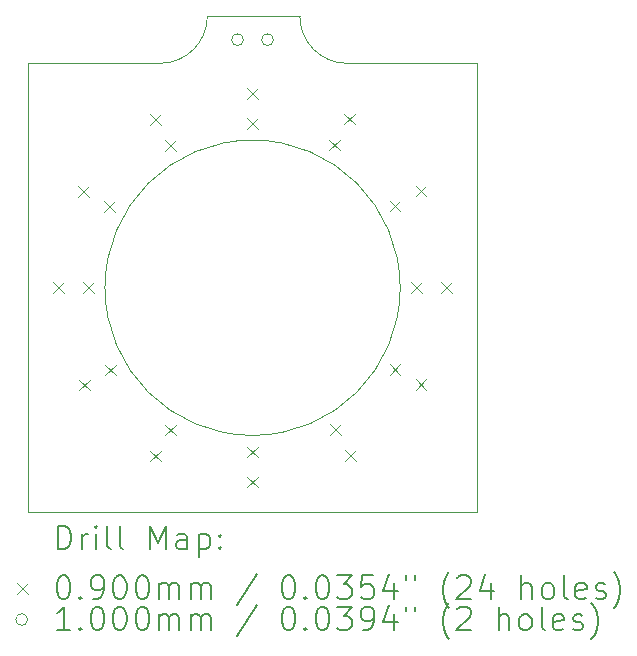
<source format=gbr>
%FSLAX45Y45*%
G04 Gerber Fmt 4.5, Leading zero omitted, Abs format (unit mm)*
G04 Created by KiCad (PCBNEW (6.0.1-0)) date 2022-03-28 18:36:19*
%MOMM*%
%LPD*%
G01*
G04 APERTURE LIST*
%TA.AperFunction,Profile*%
%ADD10C,0.100000*%
%TD*%
%ADD11C,0.200000*%
%ADD12C,0.090000*%
%ADD13C,0.100000*%
G04 APERTURE END LIST*
D10*
X14350000Y-8900000D02*
G75*
G03*
X14350000Y-8900000I-1250000J0D01*
G01*
X12317157Y-7000000D02*
G75*
G03*
X12717157Y-6600000I0J400000D01*
G01*
X13900000Y-7000000D02*
X15000000Y-7000000D01*
X15000000Y-10800000D02*
X11200000Y-10800000D01*
X12717157Y-6600000D02*
X13500000Y-6600000D01*
X13500000Y-6600000D02*
G75*
G03*
X13900000Y-7000000I400000J0D01*
G01*
X15000000Y-7000000D02*
X15000000Y-10800000D01*
X11200000Y-7000000D02*
X12317157Y-7000000D01*
X11200000Y-10800000D02*
X11200000Y-7000000D01*
D11*
D12*
X11409500Y-8855000D02*
X11499500Y-8945000D01*
X11499500Y-8855000D02*
X11409500Y-8945000D01*
X11625029Y-8042000D02*
X11715029Y-8132000D01*
X11715029Y-8042000D02*
X11625029Y-8132000D01*
X11632029Y-9678000D02*
X11722029Y-9768000D01*
X11722029Y-9678000D02*
X11632029Y-9768000D01*
X11663500Y-8855000D02*
X11753500Y-8945000D01*
X11753500Y-8855000D02*
X11663500Y-8945000D01*
X11845000Y-8169000D02*
X11935000Y-8259000D01*
X11935000Y-8169000D02*
X11845000Y-8259000D01*
X11852000Y-9551000D02*
X11942000Y-9641000D01*
X11942000Y-9551000D02*
X11852000Y-9641000D01*
X12231750Y-7432448D02*
X12321750Y-7522448D01*
X12321750Y-7432448D02*
X12231750Y-7522448D01*
X12235000Y-10280971D02*
X12325000Y-10370971D01*
X12325000Y-10280971D02*
X12235000Y-10370971D01*
X12358750Y-7652418D02*
X12448750Y-7742418D01*
X12448750Y-7652418D02*
X12358750Y-7742418D01*
X12362000Y-10061000D02*
X12452000Y-10151000D01*
X12452000Y-10061000D02*
X12362000Y-10151000D01*
X13055000Y-7211000D02*
X13145000Y-7301000D01*
X13145000Y-7211000D02*
X13055000Y-7301000D01*
X13055000Y-7465000D02*
X13145000Y-7555000D01*
X13145000Y-7465000D02*
X13055000Y-7555000D01*
X13055000Y-10245000D02*
X13145000Y-10335000D01*
X13145000Y-10245000D02*
X13055000Y-10335000D01*
X13055000Y-10499000D02*
X13145000Y-10589000D01*
X13145000Y-10499000D02*
X13055000Y-10589000D01*
X13747250Y-7647418D02*
X13837250Y-7737418D01*
X13837250Y-7647418D02*
X13747250Y-7737418D01*
X13755250Y-10057582D02*
X13845250Y-10147582D01*
X13845250Y-10057582D02*
X13755250Y-10147582D01*
X13874250Y-7427448D02*
X13964250Y-7517448D01*
X13964250Y-7427448D02*
X13874250Y-7517448D01*
X13882250Y-10277552D02*
X13972250Y-10367552D01*
X13972250Y-10277552D02*
X13882250Y-10367552D01*
X14259582Y-8161750D02*
X14349582Y-8251750D01*
X14349582Y-8161750D02*
X14259582Y-8251750D01*
X14261000Y-9548000D02*
X14351000Y-9638000D01*
X14351000Y-9548000D02*
X14261000Y-9638000D01*
X14445000Y-8855000D02*
X14535000Y-8945000D01*
X14535000Y-8855000D02*
X14445000Y-8945000D01*
X14479552Y-8034750D02*
X14569552Y-8124750D01*
X14569552Y-8034750D02*
X14479552Y-8124750D01*
X14480970Y-9675000D02*
X14570970Y-9765000D01*
X14570970Y-9675000D02*
X14480970Y-9765000D01*
X14699000Y-8855000D02*
X14789000Y-8945000D01*
X14789000Y-8855000D02*
X14699000Y-8945000D01*
D13*
X13022500Y-6800000D02*
G75*
G03*
X13022500Y-6800000I-50000J0D01*
G01*
X13276500Y-6800000D02*
G75*
G03*
X13276500Y-6800000I-50000J0D01*
G01*
D11*
X11452619Y-11115476D02*
X11452619Y-10915476D01*
X11500238Y-10915476D01*
X11528809Y-10925000D01*
X11547857Y-10944048D01*
X11557381Y-10963095D01*
X11566905Y-11001190D01*
X11566905Y-11029762D01*
X11557381Y-11067857D01*
X11547857Y-11086905D01*
X11528809Y-11105952D01*
X11500238Y-11115476D01*
X11452619Y-11115476D01*
X11652619Y-11115476D02*
X11652619Y-10982143D01*
X11652619Y-11020238D02*
X11662143Y-11001190D01*
X11671667Y-10991667D01*
X11690714Y-10982143D01*
X11709762Y-10982143D01*
X11776428Y-11115476D02*
X11776428Y-10982143D01*
X11776428Y-10915476D02*
X11766905Y-10925000D01*
X11776428Y-10934524D01*
X11785952Y-10925000D01*
X11776428Y-10915476D01*
X11776428Y-10934524D01*
X11900238Y-11115476D02*
X11881190Y-11105952D01*
X11871667Y-11086905D01*
X11871667Y-10915476D01*
X12005000Y-11115476D02*
X11985952Y-11105952D01*
X11976428Y-11086905D01*
X11976428Y-10915476D01*
X12233571Y-11115476D02*
X12233571Y-10915476D01*
X12300238Y-11058333D01*
X12366905Y-10915476D01*
X12366905Y-11115476D01*
X12547857Y-11115476D02*
X12547857Y-11010714D01*
X12538333Y-10991667D01*
X12519286Y-10982143D01*
X12481190Y-10982143D01*
X12462143Y-10991667D01*
X12547857Y-11105952D02*
X12528809Y-11115476D01*
X12481190Y-11115476D01*
X12462143Y-11105952D01*
X12452619Y-11086905D01*
X12452619Y-11067857D01*
X12462143Y-11048810D01*
X12481190Y-11039286D01*
X12528809Y-11039286D01*
X12547857Y-11029762D01*
X12643095Y-10982143D02*
X12643095Y-11182143D01*
X12643095Y-10991667D02*
X12662143Y-10982143D01*
X12700238Y-10982143D01*
X12719286Y-10991667D01*
X12728809Y-11001190D01*
X12738333Y-11020238D01*
X12738333Y-11077381D01*
X12728809Y-11096429D01*
X12719286Y-11105952D01*
X12700238Y-11115476D01*
X12662143Y-11115476D01*
X12643095Y-11105952D01*
X12824048Y-11096429D02*
X12833571Y-11105952D01*
X12824048Y-11115476D01*
X12814524Y-11105952D01*
X12824048Y-11096429D01*
X12824048Y-11115476D01*
X12824048Y-10991667D02*
X12833571Y-11001190D01*
X12824048Y-11010714D01*
X12814524Y-11001190D01*
X12824048Y-10991667D01*
X12824048Y-11010714D01*
D12*
X11105000Y-11400000D02*
X11195000Y-11490000D01*
X11195000Y-11400000D02*
X11105000Y-11490000D01*
D11*
X11490714Y-11335476D02*
X11509762Y-11335476D01*
X11528809Y-11345000D01*
X11538333Y-11354524D01*
X11547857Y-11373571D01*
X11557381Y-11411667D01*
X11557381Y-11459286D01*
X11547857Y-11497381D01*
X11538333Y-11516428D01*
X11528809Y-11525952D01*
X11509762Y-11535476D01*
X11490714Y-11535476D01*
X11471667Y-11525952D01*
X11462143Y-11516428D01*
X11452619Y-11497381D01*
X11443095Y-11459286D01*
X11443095Y-11411667D01*
X11452619Y-11373571D01*
X11462143Y-11354524D01*
X11471667Y-11345000D01*
X11490714Y-11335476D01*
X11643095Y-11516428D02*
X11652619Y-11525952D01*
X11643095Y-11535476D01*
X11633571Y-11525952D01*
X11643095Y-11516428D01*
X11643095Y-11535476D01*
X11747857Y-11535476D02*
X11785952Y-11535476D01*
X11805000Y-11525952D01*
X11814524Y-11516428D01*
X11833571Y-11487857D01*
X11843095Y-11449762D01*
X11843095Y-11373571D01*
X11833571Y-11354524D01*
X11824048Y-11345000D01*
X11805000Y-11335476D01*
X11766905Y-11335476D01*
X11747857Y-11345000D01*
X11738333Y-11354524D01*
X11728809Y-11373571D01*
X11728809Y-11421190D01*
X11738333Y-11440238D01*
X11747857Y-11449762D01*
X11766905Y-11459286D01*
X11805000Y-11459286D01*
X11824048Y-11449762D01*
X11833571Y-11440238D01*
X11843095Y-11421190D01*
X11966905Y-11335476D02*
X11985952Y-11335476D01*
X12005000Y-11345000D01*
X12014524Y-11354524D01*
X12024048Y-11373571D01*
X12033571Y-11411667D01*
X12033571Y-11459286D01*
X12024048Y-11497381D01*
X12014524Y-11516428D01*
X12005000Y-11525952D01*
X11985952Y-11535476D01*
X11966905Y-11535476D01*
X11947857Y-11525952D01*
X11938333Y-11516428D01*
X11928809Y-11497381D01*
X11919286Y-11459286D01*
X11919286Y-11411667D01*
X11928809Y-11373571D01*
X11938333Y-11354524D01*
X11947857Y-11345000D01*
X11966905Y-11335476D01*
X12157381Y-11335476D02*
X12176428Y-11335476D01*
X12195476Y-11345000D01*
X12205000Y-11354524D01*
X12214524Y-11373571D01*
X12224048Y-11411667D01*
X12224048Y-11459286D01*
X12214524Y-11497381D01*
X12205000Y-11516428D01*
X12195476Y-11525952D01*
X12176428Y-11535476D01*
X12157381Y-11535476D01*
X12138333Y-11525952D01*
X12128809Y-11516428D01*
X12119286Y-11497381D01*
X12109762Y-11459286D01*
X12109762Y-11411667D01*
X12119286Y-11373571D01*
X12128809Y-11354524D01*
X12138333Y-11345000D01*
X12157381Y-11335476D01*
X12309762Y-11535476D02*
X12309762Y-11402143D01*
X12309762Y-11421190D02*
X12319286Y-11411667D01*
X12338333Y-11402143D01*
X12366905Y-11402143D01*
X12385952Y-11411667D01*
X12395476Y-11430714D01*
X12395476Y-11535476D01*
X12395476Y-11430714D02*
X12405000Y-11411667D01*
X12424048Y-11402143D01*
X12452619Y-11402143D01*
X12471667Y-11411667D01*
X12481190Y-11430714D01*
X12481190Y-11535476D01*
X12576428Y-11535476D02*
X12576428Y-11402143D01*
X12576428Y-11421190D02*
X12585952Y-11411667D01*
X12605000Y-11402143D01*
X12633571Y-11402143D01*
X12652619Y-11411667D01*
X12662143Y-11430714D01*
X12662143Y-11535476D01*
X12662143Y-11430714D02*
X12671667Y-11411667D01*
X12690714Y-11402143D01*
X12719286Y-11402143D01*
X12738333Y-11411667D01*
X12747857Y-11430714D01*
X12747857Y-11535476D01*
X13138333Y-11325952D02*
X12966905Y-11583095D01*
X13395476Y-11335476D02*
X13414524Y-11335476D01*
X13433571Y-11345000D01*
X13443095Y-11354524D01*
X13452619Y-11373571D01*
X13462143Y-11411667D01*
X13462143Y-11459286D01*
X13452619Y-11497381D01*
X13443095Y-11516428D01*
X13433571Y-11525952D01*
X13414524Y-11535476D01*
X13395476Y-11535476D01*
X13376428Y-11525952D01*
X13366905Y-11516428D01*
X13357381Y-11497381D01*
X13347857Y-11459286D01*
X13347857Y-11411667D01*
X13357381Y-11373571D01*
X13366905Y-11354524D01*
X13376428Y-11345000D01*
X13395476Y-11335476D01*
X13547857Y-11516428D02*
X13557381Y-11525952D01*
X13547857Y-11535476D01*
X13538333Y-11525952D01*
X13547857Y-11516428D01*
X13547857Y-11535476D01*
X13681190Y-11335476D02*
X13700238Y-11335476D01*
X13719286Y-11345000D01*
X13728809Y-11354524D01*
X13738333Y-11373571D01*
X13747857Y-11411667D01*
X13747857Y-11459286D01*
X13738333Y-11497381D01*
X13728809Y-11516428D01*
X13719286Y-11525952D01*
X13700238Y-11535476D01*
X13681190Y-11535476D01*
X13662143Y-11525952D01*
X13652619Y-11516428D01*
X13643095Y-11497381D01*
X13633571Y-11459286D01*
X13633571Y-11411667D01*
X13643095Y-11373571D01*
X13652619Y-11354524D01*
X13662143Y-11345000D01*
X13681190Y-11335476D01*
X13814524Y-11335476D02*
X13938333Y-11335476D01*
X13871667Y-11411667D01*
X13900238Y-11411667D01*
X13919286Y-11421190D01*
X13928809Y-11430714D01*
X13938333Y-11449762D01*
X13938333Y-11497381D01*
X13928809Y-11516428D01*
X13919286Y-11525952D01*
X13900238Y-11535476D01*
X13843095Y-11535476D01*
X13824048Y-11525952D01*
X13814524Y-11516428D01*
X14119286Y-11335476D02*
X14024048Y-11335476D01*
X14014524Y-11430714D01*
X14024048Y-11421190D01*
X14043095Y-11411667D01*
X14090714Y-11411667D01*
X14109762Y-11421190D01*
X14119286Y-11430714D01*
X14128809Y-11449762D01*
X14128809Y-11497381D01*
X14119286Y-11516428D01*
X14109762Y-11525952D01*
X14090714Y-11535476D01*
X14043095Y-11535476D01*
X14024048Y-11525952D01*
X14014524Y-11516428D01*
X14300238Y-11402143D02*
X14300238Y-11535476D01*
X14252619Y-11325952D02*
X14205000Y-11468809D01*
X14328809Y-11468809D01*
X14395476Y-11335476D02*
X14395476Y-11373571D01*
X14471667Y-11335476D02*
X14471667Y-11373571D01*
X14766905Y-11611667D02*
X14757381Y-11602143D01*
X14738333Y-11573571D01*
X14728809Y-11554524D01*
X14719286Y-11525952D01*
X14709762Y-11478333D01*
X14709762Y-11440238D01*
X14719286Y-11392619D01*
X14728809Y-11364048D01*
X14738333Y-11345000D01*
X14757381Y-11316428D01*
X14766905Y-11306905D01*
X14833571Y-11354524D02*
X14843095Y-11345000D01*
X14862143Y-11335476D01*
X14909762Y-11335476D01*
X14928809Y-11345000D01*
X14938333Y-11354524D01*
X14947857Y-11373571D01*
X14947857Y-11392619D01*
X14938333Y-11421190D01*
X14824048Y-11535476D01*
X14947857Y-11535476D01*
X15119286Y-11402143D02*
X15119286Y-11535476D01*
X15071667Y-11325952D02*
X15024048Y-11468809D01*
X15147857Y-11468809D01*
X15376428Y-11535476D02*
X15376428Y-11335476D01*
X15462143Y-11535476D02*
X15462143Y-11430714D01*
X15452619Y-11411667D01*
X15433571Y-11402143D01*
X15405000Y-11402143D01*
X15385952Y-11411667D01*
X15376428Y-11421190D01*
X15585952Y-11535476D02*
X15566905Y-11525952D01*
X15557381Y-11516428D01*
X15547857Y-11497381D01*
X15547857Y-11440238D01*
X15557381Y-11421190D01*
X15566905Y-11411667D01*
X15585952Y-11402143D01*
X15614524Y-11402143D01*
X15633571Y-11411667D01*
X15643095Y-11421190D01*
X15652619Y-11440238D01*
X15652619Y-11497381D01*
X15643095Y-11516428D01*
X15633571Y-11525952D01*
X15614524Y-11535476D01*
X15585952Y-11535476D01*
X15766905Y-11535476D02*
X15747857Y-11525952D01*
X15738333Y-11506905D01*
X15738333Y-11335476D01*
X15919286Y-11525952D02*
X15900238Y-11535476D01*
X15862143Y-11535476D01*
X15843095Y-11525952D01*
X15833571Y-11506905D01*
X15833571Y-11430714D01*
X15843095Y-11411667D01*
X15862143Y-11402143D01*
X15900238Y-11402143D01*
X15919286Y-11411667D01*
X15928809Y-11430714D01*
X15928809Y-11449762D01*
X15833571Y-11468809D01*
X16005000Y-11525952D02*
X16024048Y-11535476D01*
X16062143Y-11535476D01*
X16081190Y-11525952D01*
X16090714Y-11506905D01*
X16090714Y-11497381D01*
X16081190Y-11478333D01*
X16062143Y-11468809D01*
X16033571Y-11468809D01*
X16014524Y-11459286D01*
X16005000Y-11440238D01*
X16005000Y-11430714D01*
X16014524Y-11411667D01*
X16033571Y-11402143D01*
X16062143Y-11402143D01*
X16081190Y-11411667D01*
X16157381Y-11611667D02*
X16166905Y-11602143D01*
X16185952Y-11573571D01*
X16195476Y-11554524D01*
X16205000Y-11525952D01*
X16214524Y-11478333D01*
X16214524Y-11440238D01*
X16205000Y-11392619D01*
X16195476Y-11364048D01*
X16185952Y-11345000D01*
X16166905Y-11316428D01*
X16157381Y-11306905D01*
D13*
X11195000Y-11709000D02*
G75*
G03*
X11195000Y-11709000I-50000J0D01*
G01*
D11*
X11557381Y-11799476D02*
X11443095Y-11799476D01*
X11500238Y-11799476D02*
X11500238Y-11599476D01*
X11481190Y-11628048D01*
X11462143Y-11647095D01*
X11443095Y-11656619D01*
X11643095Y-11780428D02*
X11652619Y-11789952D01*
X11643095Y-11799476D01*
X11633571Y-11789952D01*
X11643095Y-11780428D01*
X11643095Y-11799476D01*
X11776428Y-11599476D02*
X11795476Y-11599476D01*
X11814524Y-11609000D01*
X11824048Y-11618524D01*
X11833571Y-11637571D01*
X11843095Y-11675667D01*
X11843095Y-11723286D01*
X11833571Y-11761381D01*
X11824048Y-11780428D01*
X11814524Y-11789952D01*
X11795476Y-11799476D01*
X11776428Y-11799476D01*
X11757381Y-11789952D01*
X11747857Y-11780428D01*
X11738333Y-11761381D01*
X11728809Y-11723286D01*
X11728809Y-11675667D01*
X11738333Y-11637571D01*
X11747857Y-11618524D01*
X11757381Y-11609000D01*
X11776428Y-11599476D01*
X11966905Y-11599476D02*
X11985952Y-11599476D01*
X12005000Y-11609000D01*
X12014524Y-11618524D01*
X12024048Y-11637571D01*
X12033571Y-11675667D01*
X12033571Y-11723286D01*
X12024048Y-11761381D01*
X12014524Y-11780428D01*
X12005000Y-11789952D01*
X11985952Y-11799476D01*
X11966905Y-11799476D01*
X11947857Y-11789952D01*
X11938333Y-11780428D01*
X11928809Y-11761381D01*
X11919286Y-11723286D01*
X11919286Y-11675667D01*
X11928809Y-11637571D01*
X11938333Y-11618524D01*
X11947857Y-11609000D01*
X11966905Y-11599476D01*
X12157381Y-11599476D02*
X12176428Y-11599476D01*
X12195476Y-11609000D01*
X12205000Y-11618524D01*
X12214524Y-11637571D01*
X12224048Y-11675667D01*
X12224048Y-11723286D01*
X12214524Y-11761381D01*
X12205000Y-11780428D01*
X12195476Y-11789952D01*
X12176428Y-11799476D01*
X12157381Y-11799476D01*
X12138333Y-11789952D01*
X12128809Y-11780428D01*
X12119286Y-11761381D01*
X12109762Y-11723286D01*
X12109762Y-11675667D01*
X12119286Y-11637571D01*
X12128809Y-11618524D01*
X12138333Y-11609000D01*
X12157381Y-11599476D01*
X12309762Y-11799476D02*
X12309762Y-11666143D01*
X12309762Y-11685190D02*
X12319286Y-11675667D01*
X12338333Y-11666143D01*
X12366905Y-11666143D01*
X12385952Y-11675667D01*
X12395476Y-11694714D01*
X12395476Y-11799476D01*
X12395476Y-11694714D02*
X12405000Y-11675667D01*
X12424048Y-11666143D01*
X12452619Y-11666143D01*
X12471667Y-11675667D01*
X12481190Y-11694714D01*
X12481190Y-11799476D01*
X12576428Y-11799476D02*
X12576428Y-11666143D01*
X12576428Y-11685190D02*
X12585952Y-11675667D01*
X12605000Y-11666143D01*
X12633571Y-11666143D01*
X12652619Y-11675667D01*
X12662143Y-11694714D01*
X12662143Y-11799476D01*
X12662143Y-11694714D02*
X12671667Y-11675667D01*
X12690714Y-11666143D01*
X12719286Y-11666143D01*
X12738333Y-11675667D01*
X12747857Y-11694714D01*
X12747857Y-11799476D01*
X13138333Y-11589952D02*
X12966905Y-11847095D01*
X13395476Y-11599476D02*
X13414524Y-11599476D01*
X13433571Y-11609000D01*
X13443095Y-11618524D01*
X13452619Y-11637571D01*
X13462143Y-11675667D01*
X13462143Y-11723286D01*
X13452619Y-11761381D01*
X13443095Y-11780428D01*
X13433571Y-11789952D01*
X13414524Y-11799476D01*
X13395476Y-11799476D01*
X13376428Y-11789952D01*
X13366905Y-11780428D01*
X13357381Y-11761381D01*
X13347857Y-11723286D01*
X13347857Y-11675667D01*
X13357381Y-11637571D01*
X13366905Y-11618524D01*
X13376428Y-11609000D01*
X13395476Y-11599476D01*
X13547857Y-11780428D02*
X13557381Y-11789952D01*
X13547857Y-11799476D01*
X13538333Y-11789952D01*
X13547857Y-11780428D01*
X13547857Y-11799476D01*
X13681190Y-11599476D02*
X13700238Y-11599476D01*
X13719286Y-11609000D01*
X13728809Y-11618524D01*
X13738333Y-11637571D01*
X13747857Y-11675667D01*
X13747857Y-11723286D01*
X13738333Y-11761381D01*
X13728809Y-11780428D01*
X13719286Y-11789952D01*
X13700238Y-11799476D01*
X13681190Y-11799476D01*
X13662143Y-11789952D01*
X13652619Y-11780428D01*
X13643095Y-11761381D01*
X13633571Y-11723286D01*
X13633571Y-11675667D01*
X13643095Y-11637571D01*
X13652619Y-11618524D01*
X13662143Y-11609000D01*
X13681190Y-11599476D01*
X13814524Y-11599476D02*
X13938333Y-11599476D01*
X13871667Y-11675667D01*
X13900238Y-11675667D01*
X13919286Y-11685190D01*
X13928809Y-11694714D01*
X13938333Y-11713762D01*
X13938333Y-11761381D01*
X13928809Y-11780428D01*
X13919286Y-11789952D01*
X13900238Y-11799476D01*
X13843095Y-11799476D01*
X13824048Y-11789952D01*
X13814524Y-11780428D01*
X14033571Y-11799476D02*
X14071667Y-11799476D01*
X14090714Y-11789952D01*
X14100238Y-11780428D01*
X14119286Y-11751857D01*
X14128809Y-11713762D01*
X14128809Y-11637571D01*
X14119286Y-11618524D01*
X14109762Y-11609000D01*
X14090714Y-11599476D01*
X14052619Y-11599476D01*
X14033571Y-11609000D01*
X14024048Y-11618524D01*
X14014524Y-11637571D01*
X14014524Y-11685190D01*
X14024048Y-11704238D01*
X14033571Y-11713762D01*
X14052619Y-11723286D01*
X14090714Y-11723286D01*
X14109762Y-11713762D01*
X14119286Y-11704238D01*
X14128809Y-11685190D01*
X14300238Y-11666143D02*
X14300238Y-11799476D01*
X14252619Y-11589952D02*
X14205000Y-11732809D01*
X14328809Y-11732809D01*
X14395476Y-11599476D02*
X14395476Y-11637571D01*
X14471667Y-11599476D02*
X14471667Y-11637571D01*
X14766905Y-11875667D02*
X14757381Y-11866143D01*
X14738333Y-11837571D01*
X14728809Y-11818524D01*
X14719286Y-11789952D01*
X14709762Y-11742333D01*
X14709762Y-11704238D01*
X14719286Y-11656619D01*
X14728809Y-11628048D01*
X14738333Y-11609000D01*
X14757381Y-11580428D01*
X14766905Y-11570905D01*
X14833571Y-11618524D02*
X14843095Y-11609000D01*
X14862143Y-11599476D01*
X14909762Y-11599476D01*
X14928809Y-11609000D01*
X14938333Y-11618524D01*
X14947857Y-11637571D01*
X14947857Y-11656619D01*
X14938333Y-11685190D01*
X14824048Y-11799476D01*
X14947857Y-11799476D01*
X15185952Y-11799476D02*
X15185952Y-11599476D01*
X15271667Y-11799476D02*
X15271667Y-11694714D01*
X15262143Y-11675667D01*
X15243095Y-11666143D01*
X15214524Y-11666143D01*
X15195476Y-11675667D01*
X15185952Y-11685190D01*
X15395476Y-11799476D02*
X15376428Y-11789952D01*
X15366905Y-11780428D01*
X15357381Y-11761381D01*
X15357381Y-11704238D01*
X15366905Y-11685190D01*
X15376428Y-11675667D01*
X15395476Y-11666143D01*
X15424048Y-11666143D01*
X15443095Y-11675667D01*
X15452619Y-11685190D01*
X15462143Y-11704238D01*
X15462143Y-11761381D01*
X15452619Y-11780428D01*
X15443095Y-11789952D01*
X15424048Y-11799476D01*
X15395476Y-11799476D01*
X15576428Y-11799476D02*
X15557381Y-11789952D01*
X15547857Y-11770905D01*
X15547857Y-11599476D01*
X15728809Y-11789952D02*
X15709762Y-11799476D01*
X15671667Y-11799476D01*
X15652619Y-11789952D01*
X15643095Y-11770905D01*
X15643095Y-11694714D01*
X15652619Y-11675667D01*
X15671667Y-11666143D01*
X15709762Y-11666143D01*
X15728809Y-11675667D01*
X15738333Y-11694714D01*
X15738333Y-11713762D01*
X15643095Y-11732809D01*
X15814524Y-11789952D02*
X15833571Y-11799476D01*
X15871667Y-11799476D01*
X15890714Y-11789952D01*
X15900238Y-11770905D01*
X15900238Y-11761381D01*
X15890714Y-11742333D01*
X15871667Y-11732809D01*
X15843095Y-11732809D01*
X15824048Y-11723286D01*
X15814524Y-11704238D01*
X15814524Y-11694714D01*
X15824048Y-11675667D01*
X15843095Y-11666143D01*
X15871667Y-11666143D01*
X15890714Y-11675667D01*
X15966905Y-11875667D02*
X15976428Y-11866143D01*
X15995476Y-11837571D01*
X16005000Y-11818524D01*
X16014524Y-11789952D01*
X16024048Y-11742333D01*
X16024048Y-11704238D01*
X16014524Y-11656619D01*
X16005000Y-11628048D01*
X15995476Y-11609000D01*
X15976428Y-11580428D01*
X15966905Y-11570905D01*
M02*

</source>
